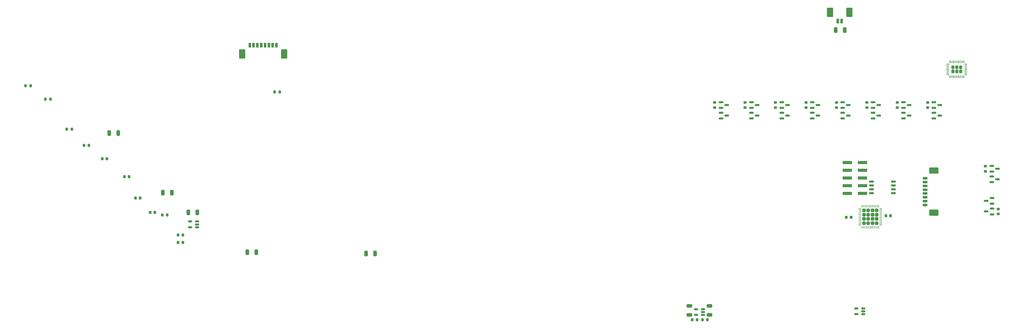
<source format=gbr>
%TF.GenerationSoftware,KiCad,Pcbnew,7.0.7+dfsg-1*%
%TF.CreationDate,2024-03-22T17:08:38+01:00*%
%TF.ProjectId,led_display,6c65645f-6469-4737-906c-61792e6b6963,rev?*%
%TF.SameCoordinates,Original*%
%TF.FileFunction,Paste,Bot*%
%TF.FilePolarity,Positive*%
%FSLAX46Y46*%
G04 Gerber Fmt 4.6, Leading zero omitted, Abs format (unit mm)*
G04 Created by KiCad (PCBNEW 7.0.7+dfsg-1) date 2024-03-22 17:08:38*
%MOMM*%
%LPD*%
G01*
G04 APERTURE LIST*
G04 Aperture macros list*
%AMRoundRect*
0 Rectangle with rounded corners*
0 $1 Rounding radius*
0 $2 $3 $4 $5 $6 $7 $8 $9 X,Y pos of 4 corners*
0 Add a 4 corners polygon primitive as box body*
4,1,4,$2,$3,$4,$5,$6,$7,$8,$9,$2,$3,0*
0 Add four circle primitives for the rounded corners*
1,1,$1+$1,$2,$3*
1,1,$1+$1,$4,$5*
1,1,$1+$1,$6,$7*
1,1,$1+$1,$8,$9*
0 Add four rect primitives between the rounded corners*
20,1,$1+$1,$2,$3,$4,$5,0*
20,1,$1+$1,$4,$5,$6,$7,0*
20,1,$1+$1,$6,$7,$8,$9,0*
20,1,$1+$1,$8,$9,$2,$3,0*%
G04 Aperture macros list end*
%ADD10RoundRect,0.250000X0.325000X0.650000X-0.325000X0.650000X-0.325000X-0.650000X0.325000X-0.650000X0*%
%ADD11RoundRect,0.250000X-0.260000X0.315000X-0.260000X-0.315000X0.260000X-0.315000X0.260000X0.315000X0*%
%ADD12RoundRect,0.050000X-0.050000X0.362500X-0.050000X-0.362500X0.050000X-0.362500X0.050000X0.362500X0*%
%ADD13RoundRect,0.050000X-0.362500X0.050000X-0.362500X-0.050000X0.362500X-0.050000X0.362500X0.050000X0*%
%ADD14RoundRect,0.225000X-0.225000X-0.250000X0.225000X-0.250000X0.225000X0.250000X-0.225000X0.250000X0*%
%ADD15RoundRect,0.150000X-0.587500X-0.150000X0.587500X-0.150000X0.587500X0.150000X-0.587500X0.150000X0*%
%ADD16RoundRect,0.250000X0.650000X-0.325000X0.650000X0.325000X-0.650000X0.325000X-0.650000X-0.325000X0*%
%ADD17RoundRect,0.200000X-0.275000X0.200000X-0.275000X-0.200000X0.275000X-0.200000X0.275000X0.200000X0*%
%ADD18RoundRect,0.200000X0.200000X0.275000X-0.200000X0.275000X-0.200000X-0.275000X0.200000X-0.275000X0*%
%ADD19RoundRect,0.225000X0.225000X0.250000X-0.225000X0.250000X-0.225000X-0.250000X0.225000X-0.250000X0*%
%ADD20RoundRect,0.200000X-0.600000X0.200000X-0.600000X-0.200000X0.600000X-0.200000X0.600000X0.200000X0*%
%ADD21RoundRect,0.250001X-1.249999X0.799999X-1.249999X-0.799999X1.249999X-0.799999X1.249999X0.799999X0*%
%ADD22RoundRect,0.150000X0.587500X0.150000X-0.587500X0.150000X-0.587500X-0.150000X0.587500X-0.150000X0*%
%ADD23RoundRect,0.200000X0.275000X-0.200000X0.275000X0.200000X-0.275000X0.200000X-0.275000X-0.200000X0*%
%ADD24RoundRect,0.150000X0.512500X0.150000X-0.512500X0.150000X-0.512500X-0.150000X0.512500X-0.150000X0*%
%ADD25RoundRect,0.200000X-0.200000X-0.275000X0.200000X-0.275000X0.200000X0.275000X-0.200000X0.275000X0*%
%ADD26RoundRect,0.250000X-0.315000X-0.315000X0.315000X-0.315000X0.315000X0.315000X-0.315000X0.315000X0*%
%ADD27RoundRect,0.062500X-0.375000X-0.062500X0.375000X-0.062500X0.375000X0.062500X-0.375000X0.062500X0*%
%ADD28RoundRect,0.062500X-0.062500X-0.375000X0.062500X-0.375000X0.062500X0.375000X-0.062500X0.375000X0*%
%ADD29RoundRect,0.250000X-0.650000X0.325000X-0.650000X-0.325000X0.650000X-0.325000X0.650000X0.325000X0*%
%ADD30RoundRect,0.200000X0.200000X0.600000X-0.200000X0.600000X-0.200000X-0.600000X0.200000X-0.600000X0*%
%ADD31RoundRect,0.250001X0.799999X1.249999X-0.799999X1.249999X-0.799999X-1.249999X0.799999X-1.249999X0*%
%ADD32RoundRect,0.150000X0.650000X0.150000X-0.650000X0.150000X-0.650000X-0.150000X0.650000X-0.150000X0*%
%ADD33R,3.150000X1.000000*%
%ADD34RoundRect,0.200000X-0.200000X-0.600000X0.200000X-0.600000X0.200000X0.600000X-0.200000X0.600000X0*%
%ADD35RoundRect,0.250001X-0.799999X-1.249999X0.799999X-1.249999X0.799999X1.249999X-0.799999X1.249999X0*%
G04 APERTURE END LIST*
D10*
%TO.C,C8*%
X-86102620Y-118400000D03*
X-89052620Y-118400000D03*
%TD*%
D11*
%TO.C,U1*%
X164770000Y-70500000D03*
X163500000Y-70500000D03*
X162230000Y-70500000D03*
X164770000Y-71900000D03*
X163500000Y-71900000D03*
X162230000Y-71900000D03*
D12*
X161100000Y-68737500D03*
X161500000Y-68737500D03*
X161900000Y-68737500D03*
X162300000Y-68737500D03*
X162700000Y-68737500D03*
X163100000Y-68737500D03*
X163500000Y-68737500D03*
X163900000Y-68737500D03*
X164300000Y-68737500D03*
X164700000Y-68737500D03*
X165100000Y-68737500D03*
X165500000Y-68737500D03*
X165900000Y-68737500D03*
D13*
X166462500Y-69400000D03*
X166462500Y-69800000D03*
X166462500Y-70200000D03*
X166462500Y-70600000D03*
X166462500Y-71000000D03*
X166462500Y-71400000D03*
X166462500Y-71800000D03*
X166462500Y-72200000D03*
X166462500Y-72600000D03*
X166462500Y-73000000D03*
D12*
X165900000Y-73662500D03*
X165500000Y-73662500D03*
X165100000Y-73662500D03*
X164700000Y-73662500D03*
X164300000Y-73662500D03*
X163900000Y-73662500D03*
X163500000Y-73662500D03*
X163100000Y-73662500D03*
X162700000Y-73662500D03*
X162300000Y-73662500D03*
X161900000Y-73662500D03*
X161500000Y-73662500D03*
X161100000Y-73662500D03*
D13*
X160537500Y-73000000D03*
X160537500Y-72600000D03*
X160537500Y-72200000D03*
X160537500Y-71800000D03*
X160537500Y-71400000D03*
X160537500Y-71000000D03*
X160537500Y-70600000D03*
X160537500Y-70200000D03*
X160537500Y-69800000D03*
X160537500Y-69400000D03*
%TD*%
D14*
%TO.C,C6*%
X140225000Y-119500000D03*
X141775000Y-119500000D03*
%TD*%
D15*
%TO.C,Q20*%
X175000000Y-108400000D03*
X175000000Y-106500000D03*
X176875000Y-107450000D03*
%TD*%
%TO.C,Q15*%
X126000000Y-87400000D03*
X126000000Y-85500000D03*
X127875000Y-86450000D03*
%TD*%
%TO.C,Q18*%
X156000000Y-87400000D03*
X156000000Y-85500000D03*
X157875000Y-86450000D03*
%TD*%
D16*
%TO.C,C11*%
X75644000Y-152167000D03*
X75644000Y-149217000D03*
%TD*%
D17*
%TO.C,R9*%
X153937500Y-82125000D03*
X153937500Y-83775000D03*
%TD*%
D18*
%TO.C,R18*%
X-121702620Y-96230000D03*
X-123352620Y-96230000D03*
%TD*%
D19*
%TO.C,C14*%
X-104872620Y-113580000D03*
X-106422620Y-113580000D03*
%TD*%
D15*
%TO.C,Q8*%
X156000000Y-83900000D03*
X156000000Y-82000000D03*
X157875000Y-82950000D03*
%TD*%
D17*
%TO.C,R7*%
X133937500Y-82125000D03*
X133937500Y-83775000D03*
%TD*%
D15*
%TO.C,Q1*%
X86000000Y-83900000D03*
X86000000Y-82000000D03*
X87875000Y-82950000D03*
%TD*%
D18*
%TO.C,R19*%
X-134372620Y-81030000D03*
X-136022620Y-81030000D03*
%TD*%
%TO.C,R1*%
X-95972620Y-119230000D03*
X-97622620Y-119230000D03*
%TD*%
D20*
%TO.C,J3*%
X153100000Y-107125000D03*
X153100000Y-108375000D03*
X153100000Y-109625000D03*
X153100000Y-110875000D03*
X153100000Y-112125000D03*
X153100000Y-113375000D03*
X153100000Y-114625000D03*
X153100000Y-115875000D03*
D21*
X156000000Y-104575000D03*
X156000000Y-118425000D03*
%TD*%
D15*
%TO.C,Q3*%
X106000000Y-83900000D03*
X106000000Y-82000000D03*
X107875000Y-82950000D03*
%TD*%
D17*
%TO.C,R5*%
X113937500Y-82125000D03*
X113937500Y-83775000D03*
%TD*%
D18*
%TO.C,R12*%
X-90822620Y-125780000D03*
X-92472620Y-125780000D03*
%TD*%
D10*
%TO.C,C13*%
X-66702620Y-131500000D03*
X-69652620Y-131500000D03*
%TD*%
D19*
%TO.C,C5*%
X128775000Y-120000000D03*
X127225000Y-120000000D03*
%TD*%
D15*
%TO.C,Q16*%
X136000000Y-87400000D03*
X136000000Y-85500000D03*
X137875000Y-86450000D03*
%TD*%
%TO.C,Q13*%
X106000000Y-87400000D03*
X106000000Y-85500000D03*
X107875000Y-86450000D03*
%TD*%
%TO.C,Q2*%
X96000000Y-83900000D03*
X96000000Y-82000000D03*
X97875000Y-82950000D03*
%TD*%
D17*
%TO.C,R6*%
X123937500Y-82125000D03*
X123937500Y-83775000D03*
%TD*%
D10*
%TO.C,C12*%
X-112092620Y-92200000D03*
X-115042620Y-92200000D03*
%TD*%
D18*
%TO.C,R13*%
X-127352620Y-90930000D03*
X-129002620Y-90930000D03*
%TD*%
D10*
%TO.C,C2*%
X-94452620Y-111850000D03*
X-97402620Y-111850000D03*
%TD*%
D22*
%TO.C,Q9*%
X175062500Y-117100000D03*
X175062500Y-119000000D03*
X173187500Y-118050000D03*
%TD*%
D23*
%TO.C,R10*%
X177125000Y-118875000D03*
X177125000Y-117225000D03*
%TD*%
D24*
%TO.C,U4*%
X132775000Y-150000000D03*
X132775000Y-150950000D03*
X132775000Y-151900000D03*
X130500000Y-151900000D03*
X130500000Y-150000000D03*
%TD*%
D15*
%TO.C,Q17*%
X146000000Y-87400000D03*
X146000000Y-85500000D03*
X147875000Y-86450000D03*
%TD*%
D22*
%TO.C,Q19*%
X175062500Y-113600000D03*
X175062500Y-115500000D03*
X173187500Y-114550000D03*
%TD*%
D24*
%TO.C,U5*%
X-86190120Y-121350000D03*
X-86190120Y-122300000D03*
X-86190120Y-123250000D03*
X-88465120Y-123250000D03*
X-88465120Y-121350000D03*
%TD*%
%TO.C,U3*%
X77808500Y-150250000D03*
X77808500Y-152150000D03*
X80083500Y-152150000D03*
X80083500Y-151200000D03*
X80083500Y-150250000D03*
%TD*%
D25*
%TO.C,R16*%
X79899000Y-153740000D03*
X81549000Y-153740000D03*
%TD*%
D10*
%TO.C,C3*%
X126649000Y-58236000D03*
X123699000Y-58236000D03*
%TD*%
D15*
%TO.C,Q7*%
X146000000Y-83900000D03*
X146000000Y-82000000D03*
X147875000Y-82950000D03*
%TD*%
%TO.C,Q12*%
X96000000Y-87400000D03*
X96000000Y-85500000D03*
X97875000Y-86450000D03*
%TD*%
D17*
%TO.C,R4*%
X103937500Y-82125000D03*
X103937500Y-83775000D03*
%TD*%
D25*
%TO.C,R15*%
X78184000Y-153740000D03*
X76534000Y-153740000D03*
%TD*%
D17*
%TO.C,R3*%
X93937500Y-82125000D03*
X93937500Y-83775000D03*
%TD*%
D26*
%TO.C,U2*%
X133000000Y-117700000D03*
X133000000Y-119100000D03*
X133000000Y-120500000D03*
X133000000Y-121900000D03*
X134400000Y-117700000D03*
X134400000Y-119100000D03*
X134400000Y-120500000D03*
X134400000Y-121900000D03*
X135800000Y-117700000D03*
X135800000Y-119100000D03*
X135800000Y-120500000D03*
X135800000Y-121900000D03*
X137200000Y-117700000D03*
X137200000Y-119100000D03*
X137200000Y-120500000D03*
X137200000Y-121900000D03*
D27*
X131662500Y-122550000D03*
X131662500Y-122050000D03*
X131662500Y-121550000D03*
X131662500Y-121050000D03*
X131662500Y-120550000D03*
X131662500Y-120050000D03*
X131662500Y-119550000D03*
X131662500Y-119050000D03*
X131662500Y-118550000D03*
X131662500Y-118050000D03*
X131662500Y-117550000D03*
X131662500Y-117050000D03*
D28*
X132350000Y-116362500D03*
X132850000Y-116362500D03*
X133350000Y-116362500D03*
X133850000Y-116362500D03*
X134350000Y-116362500D03*
X134850000Y-116362500D03*
X135350000Y-116362500D03*
X135850000Y-116362500D03*
X136350000Y-116362500D03*
X136850000Y-116362500D03*
X137350000Y-116362500D03*
X137850000Y-116362500D03*
D27*
X138537500Y-117050000D03*
X138537500Y-117550000D03*
X138537500Y-118050000D03*
X138537500Y-118550000D03*
X138537500Y-119050000D03*
X138537500Y-119550000D03*
X138537500Y-120050000D03*
X138537500Y-120550000D03*
X138537500Y-121050000D03*
X138537500Y-121550000D03*
X138537500Y-122050000D03*
X138537500Y-122550000D03*
D28*
X137850000Y-123237500D03*
X137350000Y-123237500D03*
X136850000Y-123237500D03*
X136350000Y-123237500D03*
X135850000Y-123237500D03*
X135350000Y-123237500D03*
X134850000Y-123237500D03*
X134350000Y-123237500D03*
X133850000Y-123237500D03*
X133350000Y-123237500D03*
X132850000Y-123237500D03*
X132350000Y-123237500D03*
%TD*%
D29*
%TO.C,C7*%
X82248000Y-149217000D03*
X82248000Y-152167000D03*
%TD*%
D15*
%TO.C,Q14*%
X116000000Y-87400000D03*
X116000000Y-85500000D03*
X117875000Y-86450000D03*
%TD*%
D18*
%TO.C,R14*%
X-140882620Y-76580000D03*
X-142532620Y-76580000D03*
%TD*%
D30*
%TO.C,J2*%
X-60092620Y-63230000D03*
X-61342620Y-63230000D03*
X-62592620Y-63230000D03*
X-63842620Y-63230000D03*
X-65092620Y-63230000D03*
X-66342620Y-63230000D03*
X-67592620Y-63230000D03*
X-68842620Y-63230000D03*
D31*
X-57542620Y-66130000D03*
X-71392620Y-66130000D03*
%TD*%
D10*
%TO.C,C9*%
X-27652620Y-131940000D03*
X-30602620Y-131940000D03*
%TD*%
D15*
%TO.C,Q4*%
X116000000Y-83900000D03*
X116000000Y-82000000D03*
X117875000Y-82950000D03*
%TD*%
D32*
%TO.C,U6*%
X142700000Y-108230000D03*
X142700000Y-109500000D03*
X142700000Y-110770000D03*
X142700000Y-112040000D03*
X135500000Y-112040000D03*
X135500000Y-110770000D03*
X135500000Y-109500000D03*
X135500000Y-108230000D03*
%TD*%
D15*
%TO.C,Q11*%
X86000000Y-87400000D03*
X86000000Y-85500000D03*
X87875000Y-86450000D03*
%TD*%
%TO.C,Q6*%
X136000000Y-83900000D03*
X136000000Y-82000000D03*
X137875000Y-82950000D03*
%TD*%
D18*
%TO.C,R20*%
X-59032620Y-78680000D03*
X-60682620Y-78680000D03*
%TD*%
D15*
%TO.C,Q10*%
X175000000Y-104900000D03*
X175000000Y-103000000D03*
X176875000Y-103950000D03*
%TD*%
D17*
%TO.C,R8*%
X143937500Y-82125000D03*
X143937500Y-83775000D03*
%TD*%
%TO.C,R2*%
X83937500Y-82125000D03*
X83937500Y-83775000D03*
%TD*%
D19*
%TO.C,C4*%
X-100032620Y-118390000D03*
X-101582620Y-118390000D03*
%TD*%
%TO.C,C1*%
X-115802620Y-100680000D03*
X-117352620Y-100680000D03*
%TD*%
D33*
%TO.C,J4*%
X127500000Y-112080000D03*
X132550000Y-112080000D03*
X127500000Y-109540000D03*
X132550000Y-109540000D03*
X127500000Y-107000000D03*
X132550000Y-107000000D03*
X127500000Y-104460000D03*
X132550000Y-104460000D03*
X127500000Y-101920000D03*
X132550000Y-101920000D03*
%TD*%
D17*
%TO.C,R11*%
X172937500Y-103125000D03*
X172937500Y-104775000D03*
%TD*%
D19*
%TO.C,C10*%
X-108512620Y-106620000D03*
X-110062620Y-106620000D03*
%TD*%
D15*
%TO.C,Q5*%
X126000000Y-83900000D03*
X126000000Y-82000000D03*
X127875000Y-82950000D03*
%TD*%
D18*
%TO.C,R17*%
X-90822620Y-128290000D03*
X-92472620Y-128290000D03*
%TD*%
D34*
%TO.C,J1*%
X124422000Y-55294000D03*
X125672000Y-55294000D03*
D35*
X121872000Y-52394000D03*
X128222000Y-52394000D03*
%TD*%
M02*

</source>
